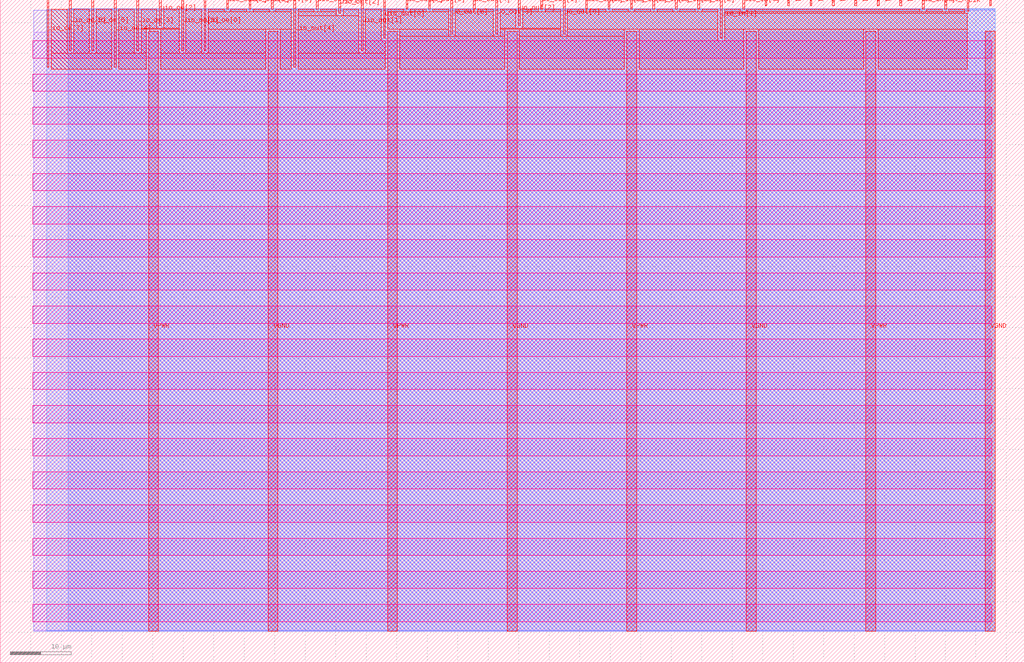
<source format=lef>
VERSION 5.7 ;
  NOWIREEXTENSIONATPIN ON ;
  DIVIDERCHAR "/" ;
  BUSBITCHARS "[]" ;
MACRO tt_um_test
  CLASS BLOCK ;
  FOREIGN tt_um_test ;
  ORIGIN 0.000 0.000 ;
  SIZE 167.900 BY 108.800 ;
  PIN VGND
    DIRECTION INOUT ;
    USE GROUND ;
    PORT
      LAYER met4 ;
        RECT 43.930 5.200 45.530 103.600 ;
    END
    PORT
      LAYER met4 ;
        RECT 83.140 5.200 84.740 103.600 ;
    END
    PORT
      LAYER met4 ;
        RECT 122.350 5.200 123.950 103.600 ;
    END
    PORT
      LAYER met4 ;
        RECT 161.560 5.200 163.160 103.600 ;
    END
  END VGND
  PIN VPWR
    DIRECTION INOUT ;
    USE POWER ;
    PORT
      LAYER met4 ;
        RECT 24.325 5.200 25.925 103.600 ;
    END
    PORT
      LAYER met4 ;
        RECT 63.535 5.200 65.135 103.600 ;
    END
    PORT
      LAYER met4 ;
        RECT 102.745 5.200 104.345 103.600 ;
    END
    PORT
      LAYER met4 ;
        RECT 141.955 5.200 143.555 103.600 ;
    END
  END VPWR
  PIN clk
    DIRECTION INPUT ;
    USE SIGNAL ;
    PORT
      LAYER met4 ;
        RECT 158.550 106.950 158.850 108.800 ;
    END
  END clk
  PIN ena
    DIRECTION INPUT ;
    USE SIGNAL ;
    PORT
      LAYER met4 ;
        RECT 162.230 107.800 162.530 108.800 ;
    END
  END ena
  PIN rst_n
    DIRECTION INPUT ;
    USE SIGNAL ;
    PORT
      LAYER met4 ;
        RECT 154.870 107.260 155.170 108.800 ;
    END
  END rst_n
  PIN ui_in[0]
    DIRECTION INPUT ;
    USE SIGNAL ;
    PORT
      LAYER met4 ;
        RECT 151.190 107.260 151.490 108.800 ;
    END
  END ui_in[0]
  PIN ui_in[1]
    DIRECTION INPUT ;
    USE SIGNAL ;
    PORT
      LAYER met4 ;
        RECT 147.510 107.800 147.810 108.800 ;
    END
  END ui_in[1]
  PIN ui_in[2]
    DIRECTION INPUT ;
    USE SIGNAL ;
    PORT
      LAYER met4 ;
        RECT 143.830 107.800 144.130 108.800 ;
    END
  END ui_in[2]
  PIN ui_in[3]
    DIRECTION INPUT ;
    USE SIGNAL ;
    PORT
      LAYER met4 ;
        RECT 140.150 107.800 140.450 108.800 ;
    END
  END ui_in[3]
  PIN ui_in[4]
    DIRECTION INPUT ;
    USE SIGNAL ;
    PORT
      LAYER met4 ;
        RECT 136.470 107.800 136.770 108.800 ;
    END
  END ui_in[4]
  PIN ui_in[5]
    DIRECTION INPUT ;
    USE SIGNAL ;
    PORT
      LAYER met4 ;
        RECT 132.790 107.800 133.090 108.800 ;
    END
  END ui_in[5]
  PIN ui_in[6]
    DIRECTION INPUT ;
    USE SIGNAL ;
    PORT
      LAYER met4 ;
        RECT 129.110 107.800 129.410 108.800 ;
    END
  END ui_in[6]
  PIN ui_in[7]
    DIRECTION INPUT ;
    USE SIGNAL ;
    PORT
      LAYER met4 ;
        RECT 125.430 107.800 125.730 108.800 ;
    END
  END ui_in[7]
  PIN uio_in[0]
    DIRECTION INPUT ;
    USE SIGNAL ;
    PORT
      LAYER met4 ;
        RECT 121.750 107.260 122.050 108.800 ;
    END
  END uio_in[0]
  PIN uio_in[1]
    DIRECTION INPUT ;
    USE SIGNAL ;
    PORT
      LAYER met4 ;
        RECT 118.070 102.500 118.370 108.800 ;
    END
  END uio_in[1]
  PIN uio_in[2]
    DIRECTION INPUT ;
    USE SIGNAL ;
    PORT
      LAYER met4 ;
        RECT 114.390 107.260 114.690 108.800 ;
    END
  END uio_in[2]
  PIN uio_in[3]
    DIRECTION INPUT ;
    USE SIGNAL ;
    PORT
      LAYER met4 ;
        RECT 110.710 107.260 111.010 108.800 ;
    END
  END uio_in[3]
  PIN uio_in[4]
    DIRECTION INPUT ;
    USE SIGNAL ;
    PORT
      LAYER met4 ;
        RECT 107.030 107.260 107.330 108.800 ;
    END
  END uio_in[4]
  PIN uio_in[5]
    DIRECTION INPUT ;
    USE SIGNAL ;
    PORT
      LAYER met4 ;
        RECT 103.350 107.260 103.650 108.800 ;
    END
  END uio_in[5]
  PIN uio_in[6]
    DIRECTION INPUT ;
    USE SIGNAL ;
    PORT
      LAYER met4 ;
        RECT 99.670 107.260 99.970 108.800 ;
    END
  END uio_in[6]
  PIN uio_in[7]
    DIRECTION INPUT ;
    USE SIGNAL ;
    PORT
      LAYER met4 ;
        RECT 95.990 107.260 96.290 108.800 ;
    END
  END uio_in[7]
  PIN uio_oe[0]
    DIRECTION OUTPUT TRISTATE ;
    USE SIGNAL ;
    PORT
      LAYER met4 ;
        RECT 33.430 100.460 33.730 108.800 ;
    END
  END uio_oe[0]
  PIN uio_oe[1]
    DIRECTION OUTPUT TRISTATE ;
    USE SIGNAL ;
    PORT
      LAYER met4 ;
        RECT 29.750 100.460 30.050 108.800 ;
    END
  END uio_oe[1]
  PIN uio_oe[2]
    DIRECTION OUTPUT TRISTATE ;
    USE SIGNAL ;
    PORT
      LAYER met4 ;
        RECT 26.070 104.540 26.370 108.800 ;
    END
  END uio_oe[2]
  PIN uio_oe[3]
    DIRECTION OUTPUT TRISTATE ;
    USE SIGNAL ;
    PORT
      LAYER met4 ;
        RECT 22.390 100.460 22.690 108.800 ;
    END
  END uio_oe[3]
  PIN uio_oe[4]
    DIRECTION OUTPUT TRISTATE ;
    USE SIGNAL ;
    PORT
      LAYER met4 ;
        RECT 18.710 97.740 19.010 108.800 ;
    END
  END uio_oe[4]
  PIN uio_oe[5]
    DIRECTION OUTPUT TRISTATE ;
    USE SIGNAL ;
    PORT
      LAYER met4 ;
        RECT 15.030 100.460 15.330 108.800 ;
    END
  END uio_oe[5]
  PIN uio_oe[6]
    DIRECTION OUTPUT TRISTATE ;
    USE SIGNAL ;
    PORT
      LAYER met4 ;
        RECT 11.350 100.460 11.650 108.800 ;
    END
  END uio_oe[6]
  PIN uio_oe[7]
    DIRECTION OUTPUT TRISTATE ;
    USE SIGNAL ;
    PORT
      LAYER met4 ;
        RECT 7.670 97.740 7.970 108.800 ;
    END
  END uio_oe[7]
  PIN uio_out[0]
    DIRECTION OUTPUT TRISTATE ;
    USE SIGNAL ;
    PORT
      LAYER met4 ;
        RECT 62.870 102.500 63.170 108.800 ;
    END
  END uio_out[0]
  PIN uio_out[1]
    DIRECTION OUTPUT TRISTATE ;
    USE SIGNAL ;
    PORT
      LAYER met4 ;
        RECT 59.190 100.460 59.490 108.800 ;
    END
  END uio_out[1]
  PIN uio_out[2]
    DIRECTION OUTPUT TRISTATE ;
    USE SIGNAL ;
    PORT
      LAYER met4 ;
        RECT 55.510 106.580 55.810 108.800 ;
    END
  END uio_out[2]
  PIN uio_out[3]
    DIRECTION OUTPUT TRISTATE ;
    USE SIGNAL ;
    PORT
      LAYER met4 ;
        RECT 51.830 107.260 52.130 108.800 ;
    END
  END uio_out[3]
  PIN uio_out[4]
    DIRECTION OUTPUT TRISTATE ;
    USE SIGNAL ;
    PORT
      LAYER met4 ;
        RECT 48.150 97.740 48.450 108.800 ;
    END
  END uio_out[4]
  PIN uio_out[5]
    DIRECTION OUTPUT TRISTATE ;
    USE SIGNAL ;
    PORT
      LAYER met4 ;
        RECT 44.470 107.260 44.770 108.800 ;
    END
  END uio_out[5]
  PIN uio_out[6]
    DIRECTION OUTPUT TRISTATE ;
    USE SIGNAL ;
    PORT
      LAYER met4 ;
        RECT 40.790 107.260 41.090 108.800 ;
    END
  END uio_out[6]
  PIN uio_out[7]
    DIRECTION OUTPUT TRISTATE ;
    USE SIGNAL ;
    PORT
      LAYER met4 ;
        RECT 37.110 107.260 37.410 108.800 ;
    END
  END uio_out[7]
  PIN uo_out[0]
    DIRECTION OUTPUT TRISTATE ;
    USE SIGNAL ;
    PORT
      LAYER met4 ;
        RECT 92.310 103.180 92.610 108.800 ;
    END
  END uo_out[0]
  PIN uo_out[1]
    DIRECTION OUTPUT TRISTATE ;
    USE SIGNAL ;
    PORT
      LAYER met4 ;
        RECT 88.630 107.260 88.930 108.800 ;
    END
  END uo_out[1]
  PIN uo_out[2]
    DIRECTION OUTPUT TRISTATE ;
    USE SIGNAL ;
    PORT
      LAYER met4 ;
        RECT 84.950 104.540 85.250 108.800 ;
    END
  END uo_out[2]
  PIN uo_out[3]
    DIRECTION OUTPUT TRISTATE ;
    USE SIGNAL ;
    PORT
      LAYER met4 ;
        RECT 81.270 103.180 81.570 108.800 ;
    END
  END uo_out[3]
  PIN uo_out[4]
    DIRECTION OUTPUT TRISTATE ;
    USE SIGNAL ;
    PORT
      LAYER met4 ;
        RECT 77.590 107.260 77.890 108.800 ;
    END
  END uo_out[4]
  PIN uo_out[5]
    DIRECTION OUTPUT TRISTATE ;
    USE SIGNAL ;
    PORT
      LAYER met4 ;
        RECT 73.910 103.180 74.210 108.800 ;
    END
  END uo_out[5]
  PIN uo_out[6]
    DIRECTION OUTPUT TRISTATE ;
    USE SIGNAL ;
    PORT
      LAYER met4 ;
        RECT 70.230 107.260 70.530 108.800 ;
    END
  END uo_out[6]
  PIN uo_out[7]
    DIRECTION OUTPUT TRISTATE ;
    USE SIGNAL ;
    PORT
      LAYER met4 ;
        RECT 66.550 107.260 66.850 108.800 ;
    END
  END uo_out[7]
  OBS
      LAYER nwell ;
        RECT 5.330 99.225 162.570 102.055 ;
        RECT 5.330 93.785 162.570 96.615 ;
        RECT 5.330 88.345 162.570 91.175 ;
        RECT 5.330 82.905 162.570 85.735 ;
        RECT 5.330 77.465 162.570 80.295 ;
        RECT 5.330 72.025 162.570 74.855 ;
        RECT 5.330 66.585 162.570 69.415 ;
        RECT 5.330 61.145 162.570 63.975 ;
        RECT 5.330 55.705 162.570 58.535 ;
        RECT 5.330 50.265 162.570 53.095 ;
        RECT 5.330 44.825 162.570 47.655 ;
        RECT 5.330 39.385 162.570 42.215 ;
        RECT 5.330 33.945 162.570 36.775 ;
        RECT 5.330 28.505 162.570 31.335 ;
        RECT 5.330 23.065 162.570 25.895 ;
        RECT 5.330 17.625 162.570 20.455 ;
        RECT 5.330 12.185 162.570 15.015 ;
        RECT 5.330 6.745 162.570 9.575 ;
      LAYER li1 ;
        RECT 5.520 5.355 162.380 103.445 ;
      LAYER met1 ;
        RECT 5.520 5.200 163.160 107.060 ;
      LAYER met2 ;
        RECT 11.130 5.255 163.130 107.285 ;
      LAYER met3 ;
        RECT 7.630 5.275 163.150 107.265 ;
      LAYER met4 ;
        RECT 8.370 100.060 10.950 107.265 ;
        RECT 12.050 100.060 14.630 107.265 ;
        RECT 15.730 100.060 18.310 107.265 ;
        RECT 8.370 97.415 18.310 100.060 ;
        RECT 19.410 100.060 21.990 107.265 ;
        RECT 23.090 104.140 25.670 107.265 ;
        RECT 26.770 104.140 29.350 107.265 ;
        RECT 23.090 104.000 29.350 104.140 ;
        RECT 23.090 100.060 23.925 104.000 ;
        RECT 19.410 97.415 23.925 100.060 ;
        RECT 26.325 100.060 29.350 104.000 ;
        RECT 30.450 100.060 33.030 107.265 ;
        RECT 34.130 106.860 36.710 107.265 ;
        RECT 37.810 106.860 40.390 107.265 ;
        RECT 41.490 106.860 44.070 107.265 ;
        RECT 45.170 106.860 47.750 107.265 ;
        RECT 34.130 104.000 47.750 106.860 ;
        RECT 34.130 100.060 43.530 104.000 ;
        RECT 26.325 97.415 43.530 100.060 ;
        RECT 45.930 97.415 47.750 104.000 ;
        RECT 48.850 106.860 51.430 107.265 ;
        RECT 52.530 106.860 55.110 107.265 ;
        RECT 48.850 106.180 55.110 106.860 ;
        RECT 56.210 106.180 58.790 107.265 ;
        RECT 48.850 100.060 58.790 106.180 ;
        RECT 59.890 102.100 62.470 107.265 ;
        RECT 63.570 106.860 66.150 107.265 ;
        RECT 67.250 106.860 69.830 107.265 ;
        RECT 70.930 106.860 73.510 107.265 ;
        RECT 63.570 104.000 73.510 106.860 ;
        RECT 65.535 102.780 73.510 104.000 ;
        RECT 74.610 106.860 77.190 107.265 ;
        RECT 78.290 106.860 80.870 107.265 ;
        RECT 74.610 102.780 80.870 106.860 ;
        RECT 81.970 104.140 84.550 107.265 ;
        RECT 85.650 106.860 88.230 107.265 ;
        RECT 89.330 106.860 91.910 107.265 ;
        RECT 85.650 104.140 91.910 106.860 ;
        RECT 81.970 104.000 91.910 104.140 ;
        RECT 81.970 102.780 82.740 104.000 ;
        RECT 59.890 100.060 63.135 102.100 ;
        RECT 48.850 97.415 63.135 100.060 ;
        RECT 65.535 97.415 82.740 102.780 ;
        RECT 85.140 102.780 91.910 104.000 ;
        RECT 93.010 106.860 95.590 107.265 ;
        RECT 96.690 106.860 99.270 107.265 ;
        RECT 100.370 106.860 102.950 107.265 ;
        RECT 104.050 106.860 106.630 107.265 ;
        RECT 107.730 106.860 110.310 107.265 ;
        RECT 111.410 106.860 113.990 107.265 ;
        RECT 115.090 106.860 117.670 107.265 ;
        RECT 93.010 104.000 117.670 106.860 ;
        RECT 93.010 102.780 102.345 104.000 ;
        RECT 85.140 97.415 102.345 102.780 ;
        RECT 104.745 102.100 117.670 104.000 ;
        RECT 118.770 106.860 121.350 107.265 ;
        RECT 122.450 106.860 150.790 107.265 ;
        RECT 151.890 106.860 154.470 107.265 ;
        RECT 155.570 106.860 158.150 107.265 ;
        RECT 118.770 106.550 158.150 106.860 ;
        RECT 118.770 104.000 158.550 106.550 ;
        RECT 118.770 102.100 121.950 104.000 ;
        RECT 104.745 97.415 121.950 102.100 ;
        RECT 124.350 97.415 141.555 104.000 ;
        RECT 143.955 97.415 158.550 104.000 ;
  END
END tt_um_test
END LIBRARY


</source>
